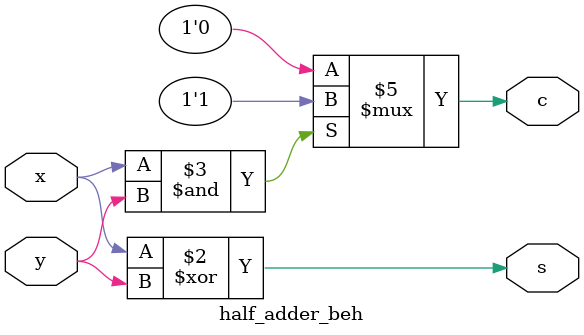
<source format=v>
`timescale 1ns / 1ps


module half_adder_beh(
    input x, y,
    output reg s, c
    );
    
    always @(x, y)
    begin
    // Sum
        s = x ^ y;
     // Carry
        if (x & y)
        begin
            c = 1'b1;
        end 
        else
        begin
            c = 1'b0;
        end
    end
endmodule

</source>
